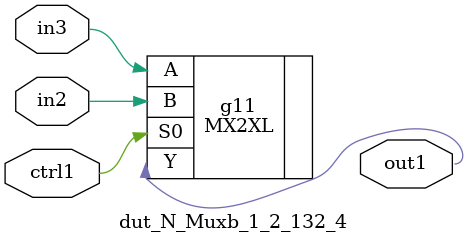
<source format=v>
`timescale 1ps / 1ps


module dut_N_Muxb_1_2_132_4(in3, in2, ctrl1, out1);
  input in3, in2, ctrl1;
  output out1;
  wire in3, in2, ctrl1;
  wire out1;
  MX2XL g11(.A (in3), .B (in2), .S0 (ctrl1), .Y (out1));
endmodule



</source>
